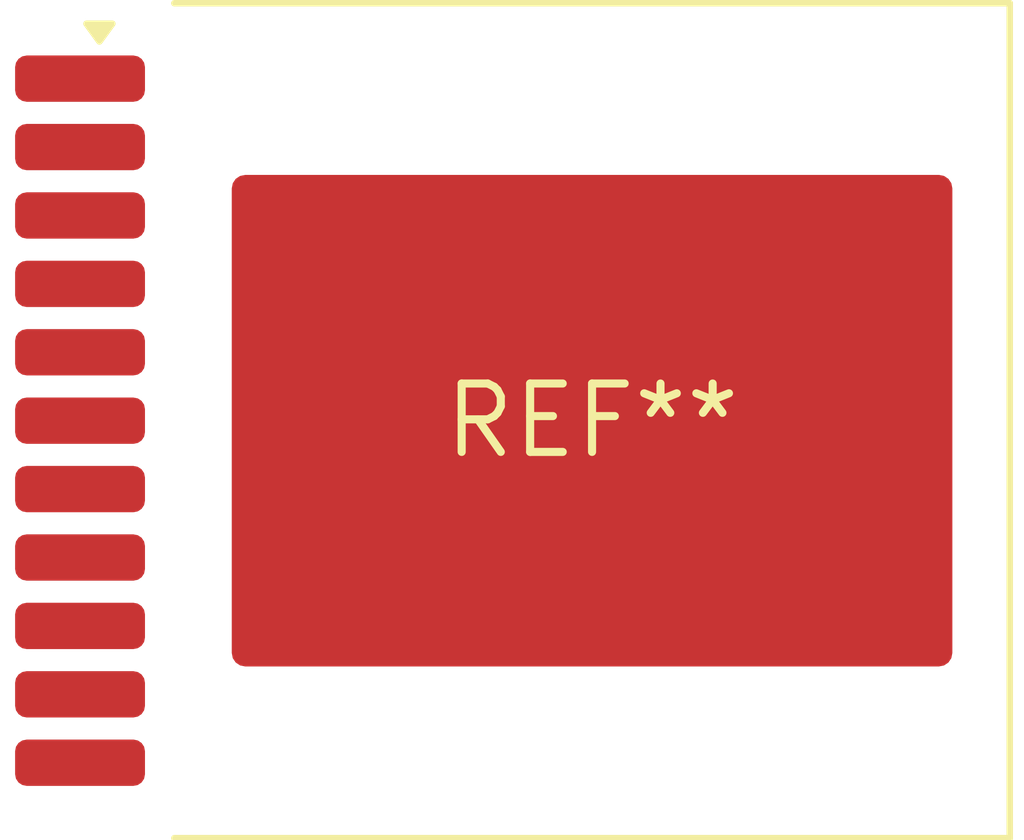
<source format=kicad_pcb>
(kicad_pcb (version 20240108) (generator pcbnew)
  (layers (0 "F.Cu" signal) (31 "B.Cu" signal) (34 "B.Paste" user) (35 "F.Paste" user) (36 "B.SilkS" user "B.Silkscreen") (37 "F.SilkS" user "F.Silkscreen") (38 "B.Mask" user) (39 "F.Mask" user) (44 "Edge.Cuts" user))
  (net 0 "")
  (footprint "Texas_NDY0011A" (layer "F.Cu") (at 0 0)
    (property "Reference" "REF**")
    (property "Value" "Texas_NDY0011A")
    (fp_line (start -7.75 -7.75) (end 7.75 -7.75) (layer "F.SilkS") (stroke (width 0.12)))
    (fp_line (start 7.75 -7.75) (end 7.75 7.75) (layer "F.SilkS") (stroke (width 0.12)))
    (fp_line (start 7.75 7.75) (end -7.75 7.75) (layer "F.SilkS") (stroke (width 0.12)))
    (fp_poly (pts (xy -9.14 -7.04) (xy -9.38 -7.37) (xy -8.9 -7.37) (xy -9.14 -7.04)) (layer "F.SilkS") (stroke (width 0.12)) (fill solid))
    (pad "1" smd roundrect (at -9.5 -6.35 270) (size 0.86 2.41) (layers "F.Cu" "F.Paste" "F.Mask"))
    (pad "2" smd roundrect (at -9.5 -5.08 270) (size 0.86 2.41) (layers "F.Cu" "F.Paste" "F.Mask"))
    (pad "3" smd roundrect (at -9.5 -3.81 270) (size 0.86 2.41) (layers "F.Cu" "F.Paste" "F.Mask"))
    (pad "4" smd roundrect (at -9.5 -2.54 270) (size 0.86 2.41) (layers "F.Cu" "F.Paste" "F.Mask"))
    (pad "5" smd roundrect (at -9.5 -1.27 270) (size 0.86 2.41) (layers "F.Cu" "F.Paste" "F.Mask"))
    (pad "6" smd roundrect (at -9.5 0 270) (size 0.86 2.41) (layers "F.Cu" "F.Paste" "F.Mask"))
    (pad "7" smd roundrect (at -9.5 1.27 270) (size 0.86 2.41) (layers "F.Cu" "F.Paste" "F.Mask"))
    (pad "8" smd roundrect (at -9.5 2.54 270) (size 0.86 2.41) (layers "F.Cu" "F.Paste" "F.Mask"))
    (pad "9" smd roundrect (at -9.5 3.81 270) (size 0.86 2.41) (layers "F.Cu" "F.Paste" "F.Mask"))
    (pad "10" smd roundrect (at -9.5 5.08 270) (size 0.86 2.41) (layers "F.Cu" "F.Paste" "F.Mask"))
    (pad "11" smd roundrect (at -9.5 6.35 270) (size 0.86 2.41) (layers "F.Cu" "F.Paste" "F.Mask"))
    (pad "12" smd roundrect (at 0 0 270) (size 9.126 13.37) (layers "F.Cu" "F.Paste" "F.Mask") (roundrect_rratio 0.02739425816))
  )
)
</source>
